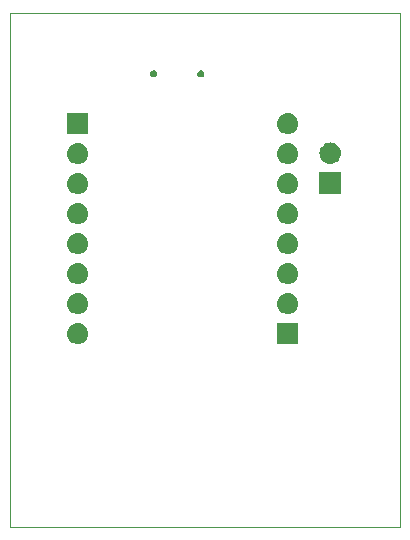
<source format=gbr>
G04 #@! TF.GenerationSoftware,KiCad,Pcbnew,(5.1.0)-1*
G04 #@! TF.CreationDate,2019-09-06T23:09:28-05:00*
G04 #@! TF.ProjectId,CH552G_dev,43483535-3247-45f6-9465-762e6b696361,rev?*
G04 #@! TF.SameCoordinates,Original*
G04 #@! TF.FileFunction,Soldermask,Bot*
G04 #@! TF.FilePolarity,Negative*
%FSLAX46Y46*%
G04 Gerber Fmt 4.6, Leading zero omitted, Abs format (unit mm)*
G04 Created by KiCad (PCBNEW (5.1.0)-1) date 2019-09-06 23:09:28*
%MOMM*%
%LPD*%
G04 APERTURE LIST*
%ADD10C,0.050000*%
%ADD11C,0.100000*%
G04 APERTURE END LIST*
D10*
X94500000Y-121500000D02*
X127500000Y-121500000D01*
X94500000Y-78000000D02*
X94500000Y-121500000D01*
X127500000Y-78000000D02*
X94500000Y-78000000D01*
X127500000Y-121500000D02*
X127500000Y-78000000D01*
D11*
G36*
X118901000Y-106041000D02*
G01*
X117099000Y-106041000D01*
X117099000Y-104239000D01*
X118901000Y-104239000D01*
X118901000Y-106041000D01*
X118901000Y-106041000D01*
G37*
G36*
X100330443Y-104245519D02*
G01*
X100396627Y-104252037D01*
X100566466Y-104303557D01*
X100722991Y-104387222D01*
X100758729Y-104416552D01*
X100860186Y-104499814D01*
X100943448Y-104601271D01*
X100972778Y-104637009D01*
X101056443Y-104793534D01*
X101107963Y-104963373D01*
X101125359Y-105140000D01*
X101107963Y-105316627D01*
X101056443Y-105486466D01*
X100972778Y-105642991D01*
X100943448Y-105678729D01*
X100860186Y-105780186D01*
X100758729Y-105863448D01*
X100722991Y-105892778D01*
X100566466Y-105976443D01*
X100396627Y-106027963D01*
X100330443Y-106034481D01*
X100264260Y-106041000D01*
X100175740Y-106041000D01*
X100109557Y-106034481D01*
X100043373Y-106027963D01*
X99873534Y-105976443D01*
X99717009Y-105892778D01*
X99681271Y-105863448D01*
X99579814Y-105780186D01*
X99496552Y-105678729D01*
X99467222Y-105642991D01*
X99383557Y-105486466D01*
X99332037Y-105316627D01*
X99314641Y-105140000D01*
X99332037Y-104963373D01*
X99383557Y-104793534D01*
X99467222Y-104637009D01*
X99496552Y-104601271D01*
X99579814Y-104499814D01*
X99681271Y-104416552D01*
X99717009Y-104387222D01*
X99873534Y-104303557D01*
X100043373Y-104252037D01*
X100109558Y-104245518D01*
X100175740Y-104239000D01*
X100264260Y-104239000D01*
X100330443Y-104245519D01*
X100330443Y-104245519D01*
G37*
G36*
X100330442Y-101705518D02*
G01*
X100396627Y-101712037D01*
X100566466Y-101763557D01*
X100722991Y-101847222D01*
X100758729Y-101876552D01*
X100860186Y-101959814D01*
X100943448Y-102061271D01*
X100972778Y-102097009D01*
X101056443Y-102253534D01*
X101107963Y-102423373D01*
X101125359Y-102600000D01*
X101107963Y-102776627D01*
X101056443Y-102946466D01*
X100972778Y-103102991D01*
X100943448Y-103138729D01*
X100860186Y-103240186D01*
X100758729Y-103323448D01*
X100722991Y-103352778D01*
X100566466Y-103436443D01*
X100396627Y-103487963D01*
X100330443Y-103494481D01*
X100264260Y-103501000D01*
X100175740Y-103501000D01*
X100109557Y-103494481D01*
X100043373Y-103487963D01*
X99873534Y-103436443D01*
X99717009Y-103352778D01*
X99681271Y-103323448D01*
X99579814Y-103240186D01*
X99496552Y-103138729D01*
X99467222Y-103102991D01*
X99383557Y-102946466D01*
X99332037Y-102776627D01*
X99314641Y-102600000D01*
X99332037Y-102423373D01*
X99383557Y-102253534D01*
X99467222Y-102097009D01*
X99496552Y-102061271D01*
X99579814Y-101959814D01*
X99681271Y-101876552D01*
X99717009Y-101847222D01*
X99873534Y-101763557D01*
X100043373Y-101712037D01*
X100109558Y-101705518D01*
X100175740Y-101699000D01*
X100264260Y-101699000D01*
X100330442Y-101705518D01*
X100330442Y-101705518D01*
G37*
G36*
X118110442Y-101705518D02*
G01*
X118176627Y-101712037D01*
X118346466Y-101763557D01*
X118502991Y-101847222D01*
X118538729Y-101876552D01*
X118640186Y-101959814D01*
X118723448Y-102061271D01*
X118752778Y-102097009D01*
X118836443Y-102253534D01*
X118887963Y-102423373D01*
X118905359Y-102600000D01*
X118887963Y-102776627D01*
X118836443Y-102946466D01*
X118752778Y-103102991D01*
X118723448Y-103138729D01*
X118640186Y-103240186D01*
X118538729Y-103323448D01*
X118502991Y-103352778D01*
X118346466Y-103436443D01*
X118176627Y-103487963D01*
X118110443Y-103494481D01*
X118044260Y-103501000D01*
X117955740Y-103501000D01*
X117889557Y-103494481D01*
X117823373Y-103487963D01*
X117653534Y-103436443D01*
X117497009Y-103352778D01*
X117461271Y-103323448D01*
X117359814Y-103240186D01*
X117276552Y-103138729D01*
X117247222Y-103102991D01*
X117163557Y-102946466D01*
X117112037Y-102776627D01*
X117094641Y-102600000D01*
X117112037Y-102423373D01*
X117163557Y-102253534D01*
X117247222Y-102097009D01*
X117276552Y-102061271D01*
X117359814Y-101959814D01*
X117461271Y-101876552D01*
X117497009Y-101847222D01*
X117653534Y-101763557D01*
X117823373Y-101712037D01*
X117889558Y-101705518D01*
X117955740Y-101699000D01*
X118044260Y-101699000D01*
X118110442Y-101705518D01*
X118110442Y-101705518D01*
G37*
G36*
X100330443Y-99165519D02*
G01*
X100396627Y-99172037D01*
X100566466Y-99223557D01*
X100722991Y-99307222D01*
X100758729Y-99336552D01*
X100860186Y-99419814D01*
X100943448Y-99521271D01*
X100972778Y-99557009D01*
X101056443Y-99713534D01*
X101107963Y-99883373D01*
X101125359Y-100060000D01*
X101107963Y-100236627D01*
X101056443Y-100406466D01*
X100972778Y-100562991D01*
X100943448Y-100598729D01*
X100860186Y-100700186D01*
X100758729Y-100783448D01*
X100722991Y-100812778D01*
X100566466Y-100896443D01*
X100396627Y-100947963D01*
X100330442Y-100954482D01*
X100264260Y-100961000D01*
X100175740Y-100961000D01*
X100109558Y-100954482D01*
X100043373Y-100947963D01*
X99873534Y-100896443D01*
X99717009Y-100812778D01*
X99681271Y-100783448D01*
X99579814Y-100700186D01*
X99496552Y-100598729D01*
X99467222Y-100562991D01*
X99383557Y-100406466D01*
X99332037Y-100236627D01*
X99314641Y-100060000D01*
X99332037Y-99883373D01*
X99383557Y-99713534D01*
X99467222Y-99557009D01*
X99496552Y-99521271D01*
X99579814Y-99419814D01*
X99681271Y-99336552D01*
X99717009Y-99307222D01*
X99873534Y-99223557D01*
X100043373Y-99172037D01*
X100109557Y-99165519D01*
X100175740Y-99159000D01*
X100264260Y-99159000D01*
X100330443Y-99165519D01*
X100330443Y-99165519D01*
G37*
G36*
X118110443Y-99165519D02*
G01*
X118176627Y-99172037D01*
X118346466Y-99223557D01*
X118502991Y-99307222D01*
X118538729Y-99336552D01*
X118640186Y-99419814D01*
X118723448Y-99521271D01*
X118752778Y-99557009D01*
X118836443Y-99713534D01*
X118887963Y-99883373D01*
X118905359Y-100060000D01*
X118887963Y-100236627D01*
X118836443Y-100406466D01*
X118752778Y-100562991D01*
X118723448Y-100598729D01*
X118640186Y-100700186D01*
X118538729Y-100783448D01*
X118502991Y-100812778D01*
X118346466Y-100896443D01*
X118176627Y-100947963D01*
X118110442Y-100954482D01*
X118044260Y-100961000D01*
X117955740Y-100961000D01*
X117889558Y-100954482D01*
X117823373Y-100947963D01*
X117653534Y-100896443D01*
X117497009Y-100812778D01*
X117461271Y-100783448D01*
X117359814Y-100700186D01*
X117276552Y-100598729D01*
X117247222Y-100562991D01*
X117163557Y-100406466D01*
X117112037Y-100236627D01*
X117094641Y-100060000D01*
X117112037Y-99883373D01*
X117163557Y-99713534D01*
X117247222Y-99557009D01*
X117276552Y-99521271D01*
X117359814Y-99419814D01*
X117461271Y-99336552D01*
X117497009Y-99307222D01*
X117653534Y-99223557D01*
X117823373Y-99172037D01*
X117889557Y-99165519D01*
X117955740Y-99159000D01*
X118044260Y-99159000D01*
X118110443Y-99165519D01*
X118110443Y-99165519D01*
G37*
G36*
X118110442Y-96625518D02*
G01*
X118176627Y-96632037D01*
X118346466Y-96683557D01*
X118502991Y-96767222D01*
X118538729Y-96796552D01*
X118640186Y-96879814D01*
X118723448Y-96981271D01*
X118752778Y-97017009D01*
X118836443Y-97173534D01*
X118887963Y-97343373D01*
X118905359Y-97520000D01*
X118887963Y-97696627D01*
X118836443Y-97866466D01*
X118752778Y-98022991D01*
X118723448Y-98058729D01*
X118640186Y-98160186D01*
X118538729Y-98243448D01*
X118502991Y-98272778D01*
X118346466Y-98356443D01*
X118176627Y-98407963D01*
X118110442Y-98414482D01*
X118044260Y-98421000D01*
X117955740Y-98421000D01*
X117889558Y-98414482D01*
X117823373Y-98407963D01*
X117653534Y-98356443D01*
X117497009Y-98272778D01*
X117461271Y-98243448D01*
X117359814Y-98160186D01*
X117276552Y-98058729D01*
X117247222Y-98022991D01*
X117163557Y-97866466D01*
X117112037Y-97696627D01*
X117094641Y-97520000D01*
X117112037Y-97343373D01*
X117163557Y-97173534D01*
X117247222Y-97017009D01*
X117276552Y-96981271D01*
X117359814Y-96879814D01*
X117461271Y-96796552D01*
X117497009Y-96767222D01*
X117653534Y-96683557D01*
X117823373Y-96632037D01*
X117889557Y-96625519D01*
X117955740Y-96619000D01*
X118044260Y-96619000D01*
X118110442Y-96625518D01*
X118110442Y-96625518D01*
G37*
G36*
X100330442Y-96625518D02*
G01*
X100396627Y-96632037D01*
X100566466Y-96683557D01*
X100722991Y-96767222D01*
X100758729Y-96796552D01*
X100860186Y-96879814D01*
X100943448Y-96981271D01*
X100972778Y-97017009D01*
X101056443Y-97173534D01*
X101107963Y-97343373D01*
X101125359Y-97520000D01*
X101107963Y-97696627D01*
X101056443Y-97866466D01*
X100972778Y-98022991D01*
X100943448Y-98058729D01*
X100860186Y-98160186D01*
X100758729Y-98243448D01*
X100722991Y-98272778D01*
X100566466Y-98356443D01*
X100396627Y-98407963D01*
X100330442Y-98414482D01*
X100264260Y-98421000D01*
X100175740Y-98421000D01*
X100109558Y-98414482D01*
X100043373Y-98407963D01*
X99873534Y-98356443D01*
X99717009Y-98272778D01*
X99681271Y-98243448D01*
X99579814Y-98160186D01*
X99496552Y-98058729D01*
X99467222Y-98022991D01*
X99383557Y-97866466D01*
X99332037Y-97696627D01*
X99314641Y-97520000D01*
X99332037Y-97343373D01*
X99383557Y-97173534D01*
X99467222Y-97017009D01*
X99496552Y-96981271D01*
X99579814Y-96879814D01*
X99681271Y-96796552D01*
X99717009Y-96767222D01*
X99873534Y-96683557D01*
X100043373Y-96632037D01*
X100109557Y-96625519D01*
X100175740Y-96619000D01*
X100264260Y-96619000D01*
X100330442Y-96625518D01*
X100330442Y-96625518D01*
G37*
G36*
X118110442Y-94085518D02*
G01*
X118176627Y-94092037D01*
X118346466Y-94143557D01*
X118502991Y-94227222D01*
X118538729Y-94256552D01*
X118640186Y-94339814D01*
X118723448Y-94441271D01*
X118752778Y-94477009D01*
X118836443Y-94633534D01*
X118887963Y-94803373D01*
X118905359Y-94980000D01*
X118887963Y-95156627D01*
X118836443Y-95326466D01*
X118752778Y-95482991D01*
X118723448Y-95518729D01*
X118640186Y-95620186D01*
X118538729Y-95703448D01*
X118502991Y-95732778D01*
X118346466Y-95816443D01*
X118176627Y-95867963D01*
X118110442Y-95874482D01*
X118044260Y-95881000D01*
X117955740Y-95881000D01*
X117889557Y-95874481D01*
X117823373Y-95867963D01*
X117653534Y-95816443D01*
X117497009Y-95732778D01*
X117461271Y-95703448D01*
X117359814Y-95620186D01*
X117276552Y-95518729D01*
X117247222Y-95482991D01*
X117163557Y-95326466D01*
X117112037Y-95156627D01*
X117094641Y-94980000D01*
X117112037Y-94803373D01*
X117163557Y-94633534D01*
X117247222Y-94477009D01*
X117276552Y-94441271D01*
X117359814Y-94339814D01*
X117461271Y-94256552D01*
X117497009Y-94227222D01*
X117653534Y-94143557D01*
X117823373Y-94092037D01*
X117889558Y-94085518D01*
X117955740Y-94079000D01*
X118044260Y-94079000D01*
X118110442Y-94085518D01*
X118110442Y-94085518D01*
G37*
G36*
X100330442Y-94085518D02*
G01*
X100396627Y-94092037D01*
X100566466Y-94143557D01*
X100722991Y-94227222D01*
X100758729Y-94256552D01*
X100860186Y-94339814D01*
X100943448Y-94441271D01*
X100972778Y-94477009D01*
X101056443Y-94633534D01*
X101107963Y-94803373D01*
X101125359Y-94980000D01*
X101107963Y-95156627D01*
X101056443Y-95326466D01*
X100972778Y-95482991D01*
X100943448Y-95518729D01*
X100860186Y-95620186D01*
X100758729Y-95703448D01*
X100722991Y-95732778D01*
X100566466Y-95816443D01*
X100396627Y-95867963D01*
X100330442Y-95874482D01*
X100264260Y-95881000D01*
X100175740Y-95881000D01*
X100109557Y-95874481D01*
X100043373Y-95867963D01*
X99873534Y-95816443D01*
X99717009Y-95732778D01*
X99681271Y-95703448D01*
X99579814Y-95620186D01*
X99496552Y-95518729D01*
X99467222Y-95482991D01*
X99383557Y-95326466D01*
X99332037Y-95156627D01*
X99314641Y-94980000D01*
X99332037Y-94803373D01*
X99383557Y-94633534D01*
X99467222Y-94477009D01*
X99496552Y-94441271D01*
X99579814Y-94339814D01*
X99681271Y-94256552D01*
X99717009Y-94227222D01*
X99873534Y-94143557D01*
X100043373Y-94092037D01*
X100109558Y-94085518D01*
X100175740Y-94079000D01*
X100264260Y-94079000D01*
X100330442Y-94085518D01*
X100330442Y-94085518D01*
G37*
G36*
X100330443Y-91545519D02*
G01*
X100396627Y-91552037D01*
X100566466Y-91603557D01*
X100722991Y-91687222D01*
X100758729Y-91716552D01*
X100860186Y-91799814D01*
X100943448Y-91901271D01*
X100972778Y-91937009D01*
X101056443Y-92093534D01*
X101107963Y-92263373D01*
X101125359Y-92440000D01*
X101107963Y-92616627D01*
X101056443Y-92786466D01*
X100972778Y-92942991D01*
X100943448Y-92978729D01*
X100860186Y-93080186D01*
X100758729Y-93163448D01*
X100722991Y-93192778D01*
X100566466Y-93276443D01*
X100396627Y-93327963D01*
X100330443Y-93334481D01*
X100264260Y-93341000D01*
X100175740Y-93341000D01*
X100109557Y-93334481D01*
X100043373Y-93327963D01*
X99873534Y-93276443D01*
X99717009Y-93192778D01*
X99681271Y-93163448D01*
X99579814Y-93080186D01*
X99496552Y-92978729D01*
X99467222Y-92942991D01*
X99383557Y-92786466D01*
X99332037Y-92616627D01*
X99314641Y-92440000D01*
X99332037Y-92263373D01*
X99383557Y-92093534D01*
X99467222Y-91937009D01*
X99496552Y-91901271D01*
X99579814Y-91799814D01*
X99681271Y-91716552D01*
X99717009Y-91687222D01*
X99873534Y-91603557D01*
X100043373Y-91552037D01*
X100109557Y-91545519D01*
X100175740Y-91539000D01*
X100264260Y-91539000D01*
X100330443Y-91545519D01*
X100330443Y-91545519D01*
G37*
G36*
X118110443Y-91545519D02*
G01*
X118176627Y-91552037D01*
X118346466Y-91603557D01*
X118502991Y-91687222D01*
X118538729Y-91716552D01*
X118640186Y-91799814D01*
X118723448Y-91901271D01*
X118752778Y-91937009D01*
X118836443Y-92093534D01*
X118887963Y-92263373D01*
X118905359Y-92440000D01*
X118887963Y-92616627D01*
X118836443Y-92786466D01*
X118752778Y-92942991D01*
X118723448Y-92978729D01*
X118640186Y-93080186D01*
X118538729Y-93163448D01*
X118502991Y-93192778D01*
X118346466Y-93276443D01*
X118176627Y-93327963D01*
X118110443Y-93334481D01*
X118044260Y-93341000D01*
X117955740Y-93341000D01*
X117889557Y-93334481D01*
X117823373Y-93327963D01*
X117653534Y-93276443D01*
X117497009Y-93192778D01*
X117461271Y-93163448D01*
X117359814Y-93080186D01*
X117276552Y-92978729D01*
X117247222Y-92942991D01*
X117163557Y-92786466D01*
X117112037Y-92616627D01*
X117094641Y-92440000D01*
X117112037Y-92263373D01*
X117163557Y-92093534D01*
X117247222Y-91937009D01*
X117276552Y-91901271D01*
X117359814Y-91799814D01*
X117461271Y-91716552D01*
X117497009Y-91687222D01*
X117653534Y-91603557D01*
X117823373Y-91552037D01*
X117889557Y-91545519D01*
X117955740Y-91539000D01*
X118044260Y-91539000D01*
X118110443Y-91545519D01*
X118110443Y-91545519D01*
G37*
G36*
X122501000Y-93301000D02*
G01*
X120699000Y-93301000D01*
X120699000Y-91499000D01*
X122501000Y-91499000D01*
X122501000Y-93301000D01*
X122501000Y-93301000D01*
G37*
G36*
X100330443Y-89005519D02*
G01*
X100396627Y-89012037D01*
X100566466Y-89063557D01*
X100722991Y-89147222D01*
X100758729Y-89176552D01*
X100860186Y-89259814D01*
X100939951Y-89357009D01*
X100972778Y-89397009D01*
X101056443Y-89553534D01*
X101107963Y-89723373D01*
X101125359Y-89900000D01*
X101107963Y-90076627D01*
X101056443Y-90246466D01*
X100972778Y-90402991D01*
X100943448Y-90438729D01*
X100860186Y-90540186D01*
X100771731Y-90612778D01*
X100722991Y-90652778D01*
X100566466Y-90736443D01*
X100396627Y-90787963D01*
X100330442Y-90794482D01*
X100264260Y-90801000D01*
X100175740Y-90801000D01*
X100109558Y-90794482D01*
X100043373Y-90787963D01*
X99873534Y-90736443D01*
X99717009Y-90652778D01*
X99668269Y-90612778D01*
X99579814Y-90540186D01*
X99496552Y-90438729D01*
X99467222Y-90402991D01*
X99383557Y-90246466D01*
X99332037Y-90076627D01*
X99314641Y-89900000D01*
X99332037Y-89723373D01*
X99383557Y-89553534D01*
X99467222Y-89397009D01*
X99500049Y-89357009D01*
X99579814Y-89259814D01*
X99681271Y-89176552D01*
X99717009Y-89147222D01*
X99873534Y-89063557D01*
X100043373Y-89012037D01*
X100109557Y-89005519D01*
X100175740Y-88999000D01*
X100264260Y-88999000D01*
X100330443Y-89005519D01*
X100330443Y-89005519D01*
G37*
G36*
X118110443Y-89005519D02*
G01*
X118176627Y-89012037D01*
X118346466Y-89063557D01*
X118502991Y-89147222D01*
X118538729Y-89176552D01*
X118640186Y-89259814D01*
X118719951Y-89357009D01*
X118752778Y-89397009D01*
X118836443Y-89553534D01*
X118887963Y-89723373D01*
X118905359Y-89900000D01*
X118887963Y-90076627D01*
X118836443Y-90246466D01*
X118752778Y-90402991D01*
X118723448Y-90438729D01*
X118640186Y-90540186D01*
X118551731Y-90612778D01*
X118502991Y-90652778D01*
X118346466Y-90736443D01*
X118176627Y-90787963D01*
X118110442Y-90794482D01*
X118044260Y-90801000D01*
X117955740Y-90801000D01*
X117889558Y-90794482D01*
X117823373Y-90787963D01*
X117653534Y-90736443D01*
X117497009Y-90652778D01*
X117448269Y-90612778D01*
X117359814Y-90540186D01*
X117276552Y-90438729D01*
X117247222Y-90402991D01*
X117163557Y-90246466D01*
X117112037Y-90076627D01*
X117094641Y-89900000D01*
X117112037Y-89723373D01*
X117163557Y-89553534D01*
X117247222Y-89397009D01*
X117280049Y-89357009D01*
X117359814Y-89259814D01*
X117461271Y-89176552D01*
X117497009Y-89147222D01*
X117653534Y-89063557D01*
X117823373Y-89012037D01*
X117889557Y-89005519D01*
X117955740Y-88999000D01*
X118044260Y-88999000D01*
X118110443Y-89005519D01*
X118110443Y-89005519D01*
G37*
G36*
X121710442Y-88965518D02*
G01*
X121776627Y-88972037D01*
X121946466Y-89023557D01*
X122102991Y-89107222D01*
X122138729Y-89136552D01*
X122240186Y-89219814D01*
X122323448Y-89321271D01*
X122352778Y-89357009D01*
X122436443Y-89513534D01*
X122487963Y-89683373D01*
X122505359Y-89860000D01*
X122487963Y-90036627D01*
X122436443Y-90206466D01*
X122352778Y-90362991D01*
X122323448Y-90398729D01*
X122240186Y-90500186D01*
X122138729Y-90583448D01*
X122102991Y-90612778D01*
X121946466Y-90696443D01*
X121776627Y-90747963D01*
X121710443Y-90754481D01*
X121644260Y-90761000D01*
X121555740Y-90761000D01*
X121489557Y-90754481D01*
X121423373Y-90747963D01*
X121253534Y-90696443D01*
X121097009Y-90612778D01*
X121061271Y-90583448D01*
X120959814Y-90500186D01*
X120876552Y-90398729D01*
X120847222Y-90362991D01*
X120763557Y-90206466D01*
X120712037Y-90036627D01*
X120694641Y-89860000D01*
X120712037Y-89683373D01*
X120763557Y-89513534D01*
X120847222Y-89357009D01*
X120876552Y-89321271D01*
X120959814Y-89219814D01*
X121061271Y-89136552D01*
X121097009Y-89107222D01*
X121253534Y-89023557D01*
X121423373Y-88972037D01*
X121489558Y-88965518D01*
X121555740Y-88959000D01*
X121644260Y-88959000D01*
X121710442Y-88965518D01*
X121710442Y-88965518D01*
G37*
G36*
X101121000Y-88261000D02*
G01*
X99319000Y-88261000D01*
X99319000Y-86459000D01*
X101121000Y-86459000D01*
X101121000Y-88261000D01*
X101121000Y-88261000D01*
G37*
G36*
X118110443Y-86465519D02*
G01*
X118176627Y-86472037D01*
X118346466Y-86523557D01*
X118502991Y-86607222D01*
X118538729Y-86636552D01*
X118640186Y-86719814D01*
X118723448Y-86821271D01*
X118752778Y-86857009D01*
X118836443Y-87013534D01*
X118887963Y-87183373D01*
X118905359Y-87360000D01*
X118887963Y-87536627D01*
X118836443Y-87706466D01*
X118752778Y-87862991D01*
X118723448Y-87898729D01*
X118640186Y-88000186D01*
X118538729Y-88083448D01*
X118502991Y-88112778D01*
X118346466Y-88196443D01*
X118176627Y-88247963D01*
X118110443Y-88254481D01*
X118044260Y-88261000D01*
X117955740Y-88261000D01*
X117889557Y-88254481D01*
X117823373Y-88247963D01*
X117653534Y-88196443D01*
X117497009Y-88112778D01*
X117461271Y-88083448D01*
X117359814Y-88000186D01*
X117276552Y-87898729D01*
X117247222Y-87862991D01*
X117163557Y-87706466D01*
X117112037Y-87536627D01*
X117094641Y-87360000D01*
X117112037Y-87183373D01*
X117163557Y-87013534D01*
X117247222Y-86857009D01*
X117276552Y-86821271D01*
X117359814Y-86719814D01*
X117461271Y-86636552D01*
X117497009Y-86607222D01*
X117653534Y-86523557D01*
X117823373Y-86472037D01*
X117889557Y-86465519D01*
X117955740Y-86459000D01*
X118044260Y-86459000D01*
X118110443Y-86465519D01*
X118110443Y-86465519D01*
G37*
G36*
X110737797Y-82860567D02*
G01*
X110792575Y-82883257D01*
X110792577Y-82883258D01*
X110841876Y-82916198D01*
X110883802Y-82958124D01*
X110916742Y-83007423D01*
X110916743Y-83007425D01*
X110939433Y-83062203D01*
X110951000Y-83120353D01*
X110951000Y-83179647D01*
X110939433Y-83237797D01*
X110916743Y-83292575D01*
X110916742Y-83292577D01*
X110883802Y-83341876D01*
X110841876Y-83383802D01*
X110792577Y-83416742D01*
X110792576Y-83416743D01*
X110792575Y-83416743D01*
X110737797Y-83439433D01*
X110679647Y-83451000D01*
X110620353Y-83451000D01*
X110562203Y-83439433D01*
X110507425Y-83416743D01*
X110507424Y-83416743D01*
X110507423Y-83416742D01*
X110458124Y-83383802D01*
X110416198Y-83341876D01*
X110383258Y-83292577D01*
X110383257Y-83292575D01*
X110360567Y-83237797D01*
X110349000Y-83179647D01*
X110349000Y-83120353D01*
X110360567Y-83062203D01*
X110383257Y-83007425D01*
X110383258Y-83007423D01*
X110416198Y-82958124D01*
X110458124Y-82916198D01*
X110507423Y-82883258D01*
X110507425Y-82883257D01*
X110562203Y-82860567D01*
X110620353Y-82849000D01*
X110679647Y-82849000D01*
X110737797Y-82860567D01*
X110737797Y-82860567D01*
G37*
G36*
X106737797Y-82860567D02*
G01*
X106792575Y-82883257D01*
X106792577Y-82883258D01*
X106841876Y-82916198D01*
X106883802Y-82958124D01*
X106916742Y-83007423D01*
X106916743Y-83007425D01*
X106939433Y-83062203D01*
X106951000Y-83120353D01*
X106951000Y-83179647D01*
X106939433Y-83237797D01*
X106916743Y-83292575D01*
X106916742Y-83292577D01*
X106883802Y-83341876D01*
X106841876Y-83383802D01*
X106792577Y-83416742D01*
X106792576Y-83416743D01*
X106792575Y-83416743D01*
X106737797Y-83439433D01*
X106679647Y-83451000D01*
X106620353Y-83451000D01*
X106562203Y-83439433D01*
X106507425Y-83416743D01*
X106507424Y-83416743D01*
X106507423Y-83416742D01*
X106458124Y-83383802D01*
X106416198Y-83341876D01*
X106383258Y-83292577D01*
X106383257Y-83292575D01*
X106360567Y-83237797D01*
X106349000Y-83179647D01*
X106349000Y-83120353D01*
X106360567Y-83062203D01*
X106383257Y-83007425D01*
X106383258Y-83007423D01*
X106416198Y-82958124D01*
X106458124Y-82916198D01*
X106507423Y-82883258D01*
X106507425Y-82883257D01*
X106562203Y-82860567D01*
X106620353Y-82849000D01*
X106679647Y-82849000D01*
X106737797Y-82860567D01*
X106737797Y-82860567D01*
G37*
M02*

</source>
